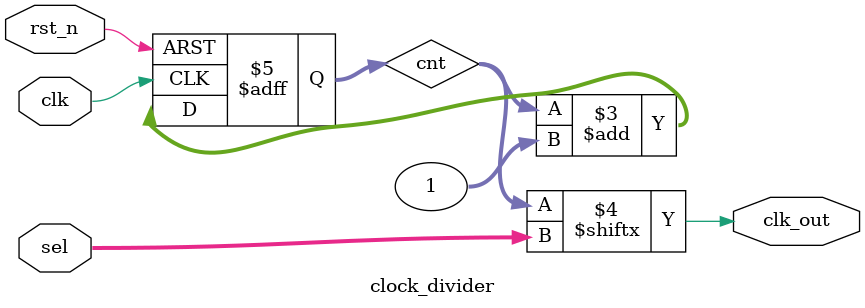
<source format=v>
`timescale 1ns / 1ps

module clock_divider(
input clk,
input rst_n,
input [4:0]sel,
output clk_out
);
reg [31:0]cnt;
always @(posedge clk or negedge rst_n) begin
    if(!rst_n)
        cnt <= 0;//if reset is low, count is 0
    else 
        cnt <= cnt + 1;//if reset is high count can increment
end

assign clk_out = cnt[sel]; //we assign our clock signal to a single cnt index, since a single index is proportional to clock period

endmodule
</source>
